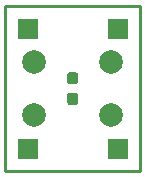
<source format=gbr>
G04 #@! TF.GenerationSoftware,KiCad,Pcbnew,(5.1.8)-1*
G04 #@! TF.CreationDate,2021-06-11T10:05:30-05:00*
G04 #@! TF.ProjectId,Tactile_Switch_Adapter,54616374-696c-4655-9f53-77697463685f,1A*
G04 #@! TF.SameCoordinates,Original*
G04 #@! TF.FileFunction,Soldermask,Bot*
G04 #@! TF.FilePolarity,Negative*
%FSLAX46Y46*%
G04 Gerber Fmt 4.6, Leading zero omitted, Abs format (unit mm)*
G04 Created by KiCad (PCBNEW (5.1.8)-1) date 2021-06-11 10:05:30*
%MOMM*%
%LPD*%
G01*
G04 APERTURE LIST*
G04 #@! TA.AperFunction,Profile*
%ADD10C,0.254000*%
G04 #@! TD*
%ADD11C,2.000000*%
%ADD12R,1.700000X1.700000*%
G04 APERTURE END LIST*
D10*
X94270000Y-107000000D02*
X105730000Y-107000000D01*
X105730000Y-107000000D02*
X105730000Y-93000000D01*
X94270000Y-93000000D02*
X94270000Y-107000000D01*
X94270000Y-93000000D02*
X105730000Y-93000000D01*
G36*
G01*
X100237500Y-99650000D02*
X99762500Y-99650000D01*
G75*
G02*
X99525000Y-99412500I0J237500D01*
G01*
X99525000Y-98837500D01*
G75*
G02*
X99762500Y-98600000I237500J0D01*
G01*
X100237500Y-98600000D01*
G75*
G02*
X100475000Y-98837500I0J-237500D01*
G01*
X100475000Y-99412500D01*
G75*
G02*
X100237500Y-99650000I-237500J0D01*
G01*
G37*
G36*
G01*
X100237500Y-101400000D02*
X99762500Y-101400000D01*
G75*
G02*
X99525000Y-101162500I0J237500D01*
G01*
X99525000Y-100587500D01*
G75*
G02*
X99762500Y-100350000I237500J0D01*
G01*
X100237500Y-100350000D01*
G75*
G02*
X100475000Y-100587500I0J-237500D01*
G01*
X100475000Y-101162500D01*
G75*
G02*
X100237500Y-101400000I-237500J0D01*
G01*
G37*
D11*
X103250000Y-97750000D03*
X103250000Y-102250000D03*
X96750000Y-97750000D03*
X96750000Y-102250000D03*
D12*
X96190000Y-105080000D03*
X103810000Y-94920000D03*
X103810000Y-105080000D03*
X96190000Y-94920000D03*
M02*

</source>
